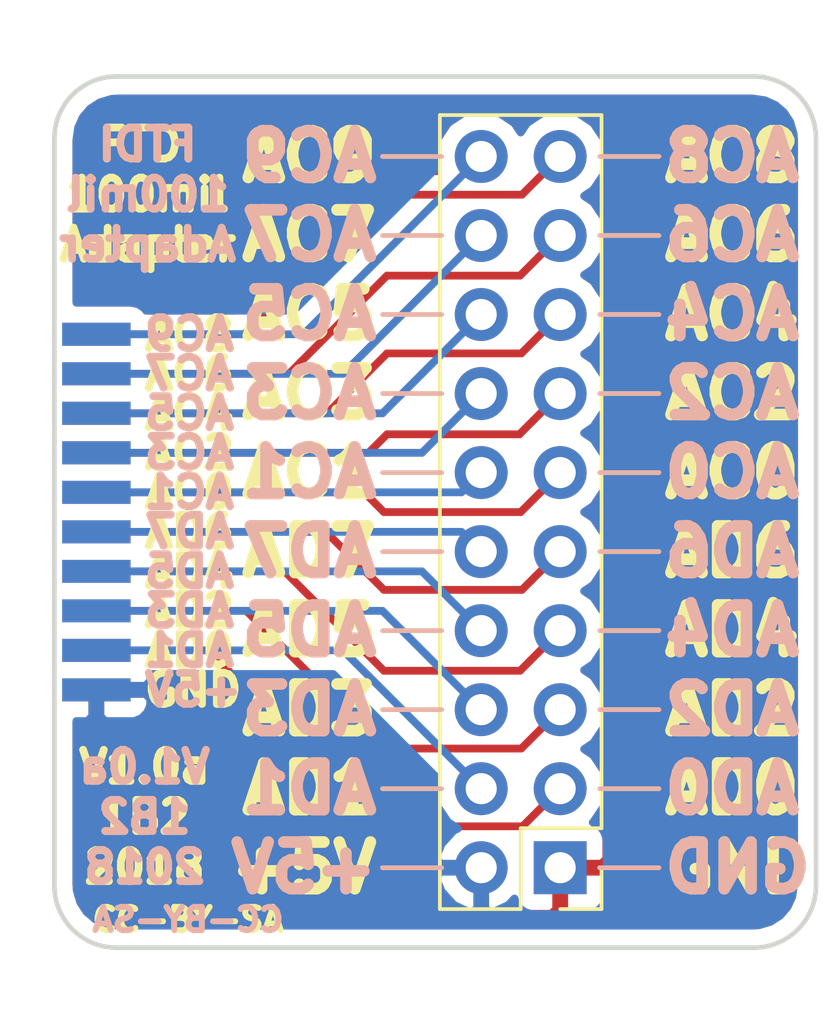
<source format=kicad_pcb>
(kicad_pcb (version 20171130) (host pcbnew 5.0.0-rc2-dev-unknown-d64c89d~62~ubuntu16.04.1)

  (general
    (thickness 0.8)
    (drawings 115)
    (tracks 55)
    (zones 0)
    (modules 2)
    (nets 21)
  )

  (page A4)
  (title_block
    (title "ftdi 100mil adapter")
    (rev V1.0a)
    (company 1BitSquared)
    (comment 1 "2018 (C) 1BitSquared <info@1bitsquared.com>")
    (comment 2 "2018 (C) Piotr Esden-Tempski <piotr@esden.net>")
    (comment 3 "License: CC-BY-SA 4.0")
  )

  (layers
    (0 F.Cu signal)
    (31 B.Cu signal)
    (33 F.Adhes user)
    (34 B.Paste user)
    (35 F.Paste user)
    (36 B.SilkS user)
    (37 F.SilkS user)
    (38 B.Mask user)
    (39 F.Mask user)
    (40 Dwgs.User user)
    (44 Edge.Cuts user)
    (46 B.CrtYd user)
    (47 F.CrtYd user)
    (48 B.Fab user)
    (49 F.Fab user)
  )

  (setup
    (last_trace_width 0.25)
    (trace_clearance 0.2)
    (zone_clearance 0.508)
    (zone_45_only yes)
    (trace_min 0.2)
    (segment_width 0.15)
    (edge_width 0.15)
    (via_size 0.8)
    (via_drill 0.4)
    (via_min_size 0.4)
    (via_min_drill 0.3)
    (uvia_size 0.3)
    (uvia_drill 0.1)
    (uvias_allowed no)
    (uvia_min_size 0.2)
    (uvia_min_drill 0.1)
    (pcb_text_width 0.3)
    (pcb_text_size 1.5 1.5)
    (mod_edge_width 0.15)
    (mod_text_size 1 1)
    (mod_text_width 0.15)
    (pad_size 1.524 1.524)
    (pad_drill 0.762)
    (pad_to_mask_clearance 0.2)
    (aux_axis_origin 0 0)
    (grid_origin 45 44)
    (visible_elements FFFFFF7F)
    (pcbplotparams
      (layerselection 0x010fc_ffffffff)
      (usegerberextensions false)
      (usegerberattributes false)
      (usegerberadvancedattributes false)
      (creategerberjobfile false)
      (excludeedgelayer true)
      (linewidth 0.300000)
      (plotframeref false)
      (viasonmask false)
      (mode 1)
      (useauxorigin false)
      (hpglpennumber 1)
      (hpglpenspeed 20)
      (hpglpendiameter 15)
      (psnegative false)
      (psa4output false)
      (plotreference true)
      (plotvalue true)
      (plotinvisibletext false)
      (padsonsilk false)
      (subtractmaskfromsilk false)
      (outputformat 1)
      (mirror false)
      (drillshape 1)
      (scaleselection 1)
      (outputdirectory ""))
  )

  (net 0 "")
  (net 1 GND)
  (net 2 +5V)
  (net 3 /ADBUS0)
  (net 4 /ADBUS2)
  (net 5 /ADBUS4)
  (net 6 /ADBUS6)
  (net 7 /ADBUS1)
  (net 8 /ADBUS3)
  (net 9 /ADBUS5)
  (net 10 /ADBUS7)
  (net 11 /ACBUS1)
  (net 12 /ACBUS3)
  (net 13 /ACBUS5)
  (net 14 /ACBUS7)
  (net 15 /ACBUS9)
  (net 16 /ACBUS0)
  (net 17 /ACBUS2)
  (net 18 /ACBUS4)
  (net 19 /ACBUS6)
  (net 20 /ACBUS8)

  (net_class Default "This is the default net class."
    (clearance 0.2)
    (trace_width 0.25)
    (via_dia 0.8)
    (via_drill 0.4)
    (uvia_dia 0.3)
    (uvia_drill 0.1)
    (add_net +5V)
    (add_net /ACBUS0)
    (add_net /ACBUS1)
    (add_net /ACBUS2)
    (add_net /ACBUS3)
    (add_net /ACBUS4)
    (add_net /ACBUS5)
    (add_net /ACBUS6)
    (add_net /ACBUS7)
    (add_net /ACBUS8)
    (add_net /ACBUS9)
    (add_net /ADBUS0)
    (add_net /ADBUS1)
    (add_net /ADBUS2)
    (add_net /ADBUS3)
    (add_net /ADBUS4)
    (add_net /ADBUS5)
    (add_net /ADBUS6)
    (add_net /ADBUS7)
    (add_net GND)
  )

  (module Connector_PinHeader_2.54mm:PinHeader_2x10_P2.54mm_Vertical (layer F.Cu) (tedit 5AA994EA) (tstamp 5AABA352)
    (at 46.27 55.43 180)
    (descr "Through hole straight pin header, 2x10, 2.54mm pitch, double rows")
    (tags "Through hole pin header THT 2x10 2.54mm double row")
    (path /5AB866B6)
    (fp_text reference J2 (at -2.73 -1.57 180) (layer F.Fab)
      (effects (font (size 1 1) (thickness 0.15)))
    )
    (fp_text value Conn (at 6.27 24.53 180) (layer F.Fab)
      (effects (font (size 1 1) (thickness 0.15)))
    )
    (fp_line (start 0 -1.27) (end 3.81 -1.27) (layer F.Fab) (width 0.1))
    (fp_line (start 3.81 -1.27) (end 3.81 24.13) (layer F.Fab) (width 0.1))
    (fp_line (start 3.81 24.13) (end -1.27 24.13) (layer F.Fab) (width 0.1))
    (fp_line (start -1.27 24.13) (end -1.27 0) (layer F.Fab) (width 0.1))
    (fp_line (start -1.27 0) (end 0 -1.27) (layer F.Fab) (width 0.1))
    (fp_line (start -1.33 24.19) (end 3.87 24.19) (layer F.SilkS) (width 0.12))
    (fp_line (start -1.33 1.27) (end -1.33 24.19) (layer F.SilkS) (width 0.12))
    (fp_line (start 3.87 -1.33) (end 3.87 24.19) (layer F.SilkS) (width 0.12))
    (fp_line (start -1.33 1.27) (end 1.27 1.27) (layer F.SilkS) (width 0.12))
    (fp_line (start 1.27 1.27) (end 1.27 -1.33) (layer F.SilkS) (width 0.12))
    (fp_line (start 1.27 -1.33) (end 3.87 -1.33) (layer F.SilkS) (width 0.12))
    (fp_line (start -1.33 0) (end -1.33 -1.33) (layer F.SilkS) (width 0.12))
    (fp_line (start -1.33 -1.33) (end 0 -1.33) (layer F.SilkS) (width 0.12))
    (fp_line (start -1.8 -1.8) (end -1.8 24.65) (layer F.CrtYd) (width 0.05))
    (fp_line (start -1.8 24.65) (end 4.35 24.65) (layer F.CrtYd) (width 0.05))
    (fp_line (start 4.35 24.65) (end 4.35 -1.8) (layer F.CrtYd) (width 0.05))
    (fp_line (start 4.35 -1.8) (end -1.8 -1.8) (layer F.CrtYd) (width 0.05))
    (fp_line (start -3.1242 -5.0292) (end 5.6642 -5.0292) (layer F.Fab) (width 0.05))
    (fp_line (start 5.6642 -5.0292) (end 5.6642 27.8638) (layer F.CrtYd) (width 0.05))
    (fp_line (start 5.6642 27.8638) (end -3.1242 27.8638) (layer F.CrtYd) (width 0.05))
    (fp_line (start -3.1242 27.8638) (end -3.1242 -5.0292) (layer F.CrtYd) (width 0.05))
    (pad 1 thru_hole rect (at 0 0 180) (size 1.7 1.7) (drill 1) (layers *.Cu *.Mask)
      (net 1 GND))
    (pad 2 thru_hole oval (at 2.54 0 180) (size 1.7 1.7) (drill 1) (layers *.Cu *.Mask)
      (net 2 +5V))
    (pad 3 thru_hole oval (at 0 2.54 180) (size 1.7 1.7) (drill 1) (layers *.Cu *.Mask)
      (net 3 /ADBUS0))
    (pad 4 thru_hole oval (at 2.54 2.54 180) (size 1.7 1.7) (drill 1) (layers *.Cu *.Mask)
      (net 7 /ADBUS1))
    (pad 5 thru_hole oval (at 0 5.08 180) (size 1.7 1.7) (drill 1) (layers *.Cu *.Mask)
      (net 4 /ADBUS2))
    (pad 6 thru_hole oval (at 2.54 5.08 180) (size 1.7 1.7) (drill 1) (layers *.Cu *.Mask)
      (net 8 /ADBUS3))
    (pad 7 thru_hole oval (at 0 7.62 180) (size 1.7 1.7) (drill 1) (layers *.Cu *.Mask)
      (net 5 /ADBUS4))
    (pad 8 thru_hole oval (at 2.54 7.62 180) (size 1.7 1.7) (drill 1) (layers *.Cu *.Mask)
      (net 9 /ADBUS5))
    (pad 9 thru_hole oval (at 0 10.16 180) (size 1.7 1.7) (drill 1) (layers *.Cu *.Mask)
      (net 6 /ADBUS6))
    (pad 10 thru_hole oval (at 2.54 10.16 180) (size 1.7 1.7) (drill 1) (layers *.Cu *.Mask)
      (net 10 /ADBUS7))
    (pad 11 thru_hole oval (at 0 12.7 180) (size 1.7 1.7) (drill 1) (layers *.Cu *.Mask)
      (net 16 /ACBUS0))
    (pad 12 thru_hole oval (at 2.54 12.7 180) (size 1.7 1.7) (drill 1) (layers *.Cu *.Mask)
      (net 11 /ACBUS1))
    (pad 13 thru_hole oval (at 0 15.24 180) (size 1.7 1.7) (drill 1) (layers *.Cu *.Mask)
      (net 17 /ACBUS2))
    (pad 14 thru_hole oval (at 2.54 15.24 180) (size 1.7 1.7) (drill 1) (layers *.Cu *.Mask)
      (net 12 /ACBUS3))
    (pad 15 thru_hole oval (at 0 17.78 180) (size 1.7 1.7) (drill 1) (layers *.Cu *.Mask)
      (net 18 /ACBUS4))
    (pad 16 thru_hole oval (at 2.54 17.78 180) (size 1.7 1.7) (drill 1) (layers *.Cu *.Mask)
      (net 13 /ACBUS5))
    (pad 17 thru_hole oval (at 0 20.32 180) (size 1.7 1.7) (drill 1) (layers *.Cu *.Mask)
      (net 19 /ACBUS6))
    (pad 18 thru_hole oval (at 2.54 20.32 180) (size 1.7 1.7) (drill 1) (layers *.Cu *.Mask)
      (net 14 /ACBUS7))
    (pad 19 thru_hole oval (at 0 22.86 180) (size 1.7 1.7) (drill 1) (layers *.Cu *.Mask)
      (net 20 /ACBUS8))
    (pad 20 thru_hole oval (at 2.54 22.86 180) (size 1.7 1.7) (drill 1) (layers *.Cu *.Mask)
      (net 15 /ACBUS9))
    (model ${KISYS3DMOD}/Connector_PinHeader_2.54mm.3dshapes/PinHeader_2x10_P2.54mm_Vertical.wrl
      (at (xyz 0 0 0))
      (scale (xyz 1 1 1))
      (rotate (xyz 0 0 0))
    )
  )

  (module pkl_samtec:FTSH-EDGE-20pin (layer B.Cu) (tedit 5AA86B70) (tstamp 5AABA328)
    (at 30 44 90)
    (path /5BD3E874)
    (fp_text reference J1 (at 5.3 -0.9 90) (layer B.Fab)
      (effects (font (size 1 1) (thickness 0.15)) (justify mirror))
    )
    (fp_text value Conn (at -4.4 -0.9 90) (layer B.Fab)
      (effects (font (size 1 1) (thickness 0.15)) (justify mirror))
    )
    (fp_line (start -3.175 0.203) (end -3.175 1.894) (layer F.Fab) (width 0.406))
    (fp_line (start 6.35 0) (end 6.35 -0.5) (layer B.Fab) (width 0.1))
    (fp_line (start -6.35 0) (end -6.35 -0.5) (layer B.Fab) (width 0.1))
    (fp_line (start -6.35 0) (end 6.35 0) (layer B.Fab) (width 0.1))
    (fp_line (start -6.35 0) (end 6.35 0) (layer F.Fab) (width 0.1))
    (fp_line (start -6.35 0) (end -6.35 -0.5) (layer F.Fab) (width 0.1))
    (fp_line (start 6.35 0) (end 6.35 -0.5) (layer F.Fab) (width 0.1))
    (fp_line (start -4.445 0.203) (end -4.445 1.894) (layer F.Fab) (width 0.406))
    (fp_line (start -5.715 0.203) (end -5.715 1.894) (layer F.Fab) (width 0.406))
    (fp_line (start -1.905 0.203) (end -1.905 1.894) (layer F.Fab) (width 0.406))
    (fp_line (start -0.635 0.203) (end -0.635 1.894) (layer F.Fab) (width 0.406))
    (fp_line (start -5.715 0.203) (end -5.715 1.894) (layer B.Fab) (width 0.406))
    (fp_line (start -4.445 0.203) (end -4.445 1.894) (layer B.Fab) (width 0.406))
    (fp_line (start -3.175 0.203) (end -3.175 1.894) (layer B.Fab) (width 0.406))
    (fp_line (start -1.905 0.203) (end -1.905 1.894) (layer B.Fab) (width 0.406))
    (fp_line (start -0.635 0.203) (end -0.635 1.894) (layer B.Fab) (width 0.406))
    (fp_line (start 0.635 0.203) (end 0.635 1.894) (layer F.Fab) (width 0.406))
    (fp_line (start 1.905 0.203) (end 1.905 1.894) (layer F.Fab) (width 0.406))
    (fp_line (start 3.175 0.203) (end 3.175 1.894) (layer F.Fab) (width 0.406))
    (fp_line (start 4.445 0.203) (end 4.445 1.894) (layer F.Fab) (width 0.406))
    (fp_line (start 5.715 0.203) (end 5.715 1.894) (layer F.Fab) (width 0.406))
    (fp_line (start 0.635 0.203) (end 0.635 1.894) (layer B.Fab) (width 0.406))
    (fp_line (start 1.905 0.203) (end 1.905 1.894) (layer B.Fab) (width 0.406))
    (fp_line (start 3.175 0.203) (end 3.175 1.894) (layer B.Fab) (width 0.406))
    (fp_line (start 4.445 0.203) (end 4.445 1.894) (layer B.Fab) (width 0.406))
    (fp_line (start 5.715 0.203) (end 5.715 1.894) (layer B.Fab) (width 0.406))
    (pad 1 smd rect (at -5.715 1.35 90) (size 0.74 2.2) (layers B.Cu B.Paste B.Mask)
      (net 2 +5V))
    (pad 2 smd rect (at -5.715 1.35 90) (size 0.74 2.2) (layers F.Cu F.Paste F.Mask)
      (net 1 GND))
    (pad 3 smd rect (at -4.445 1.35 90) (size 0.74 2.2) (layers B.Cu B.Paste B.Mask)
      (net 7 /ADBUS1))
    (pad 5 smd rect (at -3.175 1.35 90) (size 0.74 2.2) (layers B.Cu B.Paste B.Mask)
      (net 8 /ADBUS3))
    (pad 7 smd rect (at -1.905 1.35 90) (size 0.74 2.2) (layers B.Cu B.Paste B.Mask)
      (net 9 /ADBUS5))
    (pad 9 smd rect (at -0.635 1.35 90) (size 0.74 2.2) (layers B.Cu B.Paste B.Mask)
      (net 10 /ADBUS7))
    (pad 4 smd rect (at -4.445 1.35 90) (size 0.74 2.2) (layers F.Cu F.Paste F.Mask)
      (net 3 /ADBUS0))
    (pad 6 smd rect (at -3.175 1.35 90) (size 0.74 2.2) (layers F.Cu F.Paste F.Mask)
      (net 4 /ADBUS2))
    (pad 8 smd rect (at -1.905 1.35 90) (size 0.74 2.2) (layers F.Cu F.Paste F.Mask)
      (net 5 /ADBUS4))
    (pad 10 smd rect (at -0.635 1.35 90) (size 0.74 2.2) (layers F.Cu F.Paste F.Mask)
      (net 6 /ADBUS6))
    (pad 12 smd rect (at 0.635 1.35 90) (size 0.74 2.2) (layers F.Cu F.Paste F.Mask)
      (net 16 /ACBUS0))
    (pad 14 smd rect (at 1.905 1.35 90) (size 0.74 2.2) (layers F.Cu F.Paste F.Mask)
      (net 17 /ACBUS2))
    (pad 16 smd rect (at 3.175 1.35 90) (size 0.74 2.2) (layers F.Cu F.Paste F.Mask)
      (net 18 /ACBUS4))
    (pad 18 smd rect (at 4.445 1.35 90) (size 0.74 2.2) (layers F.Cu F.Paste F.Mask)
      (net 19 /ACBUS6))
    (pad 20 smd rect (at 5.715 1.35 90) (size 0.74 2.2) (layers F.Cu F.Paste F.Mask)
      (net 20 /ACBUS8))
    (pad 11 smd rect (at 0.635 1.35 90) (size 0.74 2.2) (layers B.Cu B.Paste B.Mask)
      (net 11 /ACBUS1))
    (pad 13 smd rect (at 1.905 1.35 90) (size 0.74 2.2) (layers B.Cu B.Paste B.Mask)
      (net 12 /ACBUS3))
    (pad 15 smd rect (at 3.175 1.35 90) (size 0.74 2.2) (layers B.Cu B.Paste B.Mask)
      (net 13 /ACBUS5))
    (pad 17 smd rect (at 4.445 1.35 90) (size 0.74 2.2) (layers B.Cu B.Paste B.Mask)
      (net 14 /ACBUS7))
    (pad 19 smd rect (at 5.715 1.35 90) (size 0.74 2.2) (layers B.Cu B.Paste B.Mask)
      (net 15 /ACBUS9))
  )

  (gr_text CC-BY-SA (at 34.3 57.1) (layer B.SilkS) (tstamp 5AABB431)
    (effects (font (size 0.75 0.75) (thickness 0.1875)) (justify mirror))
  )
  (gr_text CC-BY-SA (at 34.3 57.1) (layer F.SilkS) (tstamp 5AABB42B)
    (effects (font (size 0.75 0.75) (thickness 0.1875)))
  )
  (gr_text "V1.0a\n1B2\n2018" (at 32.9 53.8) (layer F.SilkS) (tstamp 5AABB427)
    (effects (font (size 1 1) (thickness 0.25)))
  )
  (gr_text "V1.0a\n1B2\n2018" (at 32.9 53.8) (layer B.SilkS) (tstamp 5AABB423)
    (effects (font (size 1 1) (thickness 0.25)) (justify mirror))
  )
  (gr_text "FTDI\n100mil\nAdapter" (at 33 33.8) (layer B.SilkS) (tstamp 5AABB41F)
    (effects (font (size 1 1) (thickness 0.25)) (justify mirror))
  )
  (gr_text "FTDI\n100mil\nAdapter" (at 33 33.8) (layer F.SilkS)
    (effects (font (size 1 1) (thickness 0.25)))
  )
  (gr_line (start 40.555 37.65) (end 42.46 37.65) (layer B.SilkS) (width 0.15) (tstamp 5AABB3E2))
  (gr_line (start 40.555 40.19) (end 42.46 40.19) (layer B.SilkS) (width 0.15) (tstamp 5AABB3E1))
  (gr_line (start 40.555 32.57) (end 42.46 32.57) (layer B.SilkS) (width 0.15) (tstamp 5AABB3E0))
  (gr_line (start 40.555 52.89) (end 42.46 52.89) (layer B.SilkS) (width 0.15) (tstamp 5AABB3DF))
  (gr_line (start 40.555 50.35) (end 42.46 50.35) (layer B.SilkS) (width 0.15) (tstamp 5AABB3DE))
  (gr_line (start 40.555 47.81) (end 42.46 47.81) (layer B.SilkS) (width 0.15) (tstamp 5AABB3DD))
  (gr_line (start 40.555 55.43) (end 42.46 55.43) (layer B.SilkS) (width 0.15) (tstamp 5AABB3DC))
  (gr_line (start 40.555 35.11) (end 42.46 35.11) (layer B.SilkS) (width 0.15) (tstamp 5AABB3DB))
  (gr_line (start 40.555 45.27) (end 42.46 45.27) (layer B.SilkS) (width 0.15) (tstamp 5AABB3DA))
  (gr_line (start 40.555 42.73) (end 42.46 42.73) (layer B.SilkS) (width 0.15) (tstamp 5AABB3D9))
  (gr_line (start 49.445 45.27) (end 47.54 45.27) (layer B.SilkS) (width 0.15) (tstamp 5AABB3C4))
  (gr_line (start 49.445 37.65) (end 47.54 37.65) (layer B.SilkS) (width 0.15) (tstamp 5AABB3C3))
  (gr_line (start 49.445 52.89) (end 47.54 52.89) (layer B.SilkS) (width 0.15) (tstamp 5AABB3C2))
  (gr_line (start 49.445 42.73) (end 47.54 42.73) (layer B.SilkS) (width 0.15) (tstamp 5AABB3C1))
  (gr_line (start 49.445 55.43) (end 47.54 55.43) (layer B.SilkS) (width 0.15) (tstamp 5AABB3C0))
  (gr_line (start 49.445 50.35) (end 47.54 50.35) (layer B.SilkS) (width 0.15) (tstamp 5AABB3BF))
  (gr_line (start 49.445 47.81) (end 47.54 47.81) (layer B.SilkS) (width 0.15) (tstamp 5AABB3BE))
  (gr_line (start 49.445 35.11) (end 47.54 35.11) (layer B.SilkS) (width 0.15) (tstamp 5AABB3BD))
  (gr_line (start 49.445 40.19) (end 47.54 40.19) (layer B.SilkS) (width 0.15) (tstamp 5AABB3BC))
  (gr_line (start 49.445 32.57) (end 47.54 32.57) (layer B.SilkS) (width 0.15) (tstamp 5AABB3BB))
  (gr_arc (start 32 56) (end 30 56) (angle -90) (layer Edge.Cuts) (width 0.15))
  (gr_arc (start 52.5 56) (end 52.5 58) (angle -90) (layer Edge.Cuts) (width 0.15))
  (gr_arc (start 52.5 32) (end 54.5 32) (angle -90) (layer Edge.Cuts) (width 0.15))
  (gr_arc (start 32 32) (end 32 30) (angle -90) (layer Edge.Cuts) (width 0.15))
  (gr_text +5V (at 40.555 55.43) (layer B.SilkS) (tstamp 5AABB1D5)
    (effects (font (size 1.5 1.5) (thickness 0.375)) (justify left mirror))
  )
  (gr_text AD1 (at 40.555 52.89) (layer B.SilkS) (tstamp 5AABB1D1)
    (effects (font (size 1.5 1.5) (thickness 0.375)) (justify left mirror))
  )
  (gr_text AD3 (at 40.555 50.35) (layer B.SilkS) (tstamp 5AABB1CD)
    (effects (font (size 1.5 1.5) (thickness 0.375)) (justify left mirror))
  )
  (gr_text AD5 (at 40.555 47.81) (layer B.SilkS) (tstamp 5AABB1C9)
    (effects (font (size 1.5 1.5) (thickness 0.375)) (justify left mirror))
  )
  (gr_text AD7 (at 40.555 45.27) (layer B.SilkS) (tstamp 5AABB1C5)
    (effects (font (size 1.5 1.5) (thickness 0.375)) (justify left mirror))
  )
  (gr_text AC1 (at 40.555 42.73) (layer B.SilkS) (tstamp 5AABB1B5)
    (effects (font (size 1.5 1.5) (thickness 0.375)) (justify left mirror))
  )
  (gr_text AC3 (at 40.555 40.19) (layer B.SilkS) (tstamp 5AABB1B1)
    (effects (font (size 1.5 1.5) (thickness 0.375)) (justify left mirror))
  )
  (gr_text AC5 (at 40.555 37.65) (layer B.SilkS) (tstamp 5AABB1AD)
    (effects (font (size 1.5 1.5) (thickness 0.375)) (justify left mirror))
  )
  (gr_text "AC7\n" (at 40.555 35.11) (layer B.SilkS) (tstamp 5AABB1A9)
    (effects (font (size 1.5 1.5) (thickness 0.375)) (justify left mirror))
  )
  (gr_text AC9 (at 40.555 32.57) (layer B.SilkS) (tstamp 5AABB1A5)
    (effects (font (size 1.5 1.5) (thickness 0.375)) (justify left mirror))
  )
  (gr_text GND (at 49.445 55.43) (layer B.SilkS) (tstamp 5AABB117)
    (effects (font (size 1.5 1.5) (thickness 0.375)) (justify right mirror))
  )
  (gr_text AC0 (at 49.445 42.73) (layer B.SilkS) (tstamp 5AABB116)
    (effects (font (size 1.5 1.5) (thickness 0.375)) (justify right mirror))
  )
  (gr_text AD6 (at 49.445 45.27) (layer B.SilkS) (tstamp 5AABB115)
    (effects (font (size 1.5 1.5) (thickness 0.375)) (justify right mirror))
  )
  (gr_text AC4 (at 49.445 37.65) (layer B.SilkS) (tstamp 5AABB114)
    (effects (font (size 1.5 1.5) (thickness 0.375)) (justify right mirror))
  )
  (gr_text AD0 (at 49.445 52.89) (layer B.SilkS) (tstamp 5AABB113)
    (effects (font (size 1.5 1.5) (thickness 0.375)) (justify right mirror))
  )
  (gr_text AD4 (at 49.445 47.81) (layer B.SilkS) (tstamp 5AABB112)
    (effects (font (size 1.5 1.5) (thickness 0.375)) (justify right mirror))
  )
  (gr_text AD2 (at 49.445 50.35) (layer B.SilkS) (tstamp 5AABB111)
    (effects (font (size 1.5 1.5) (thickness 0.375)) (justify right mirror))
  )
  (gr_text AC2 (at 49.445 40.19) (layer B.SilkS) (tstamp 5AABB110)
    (effects (font (size 1.5 1.5) (thickness 0.375)) (justify right mirror))
  )
  (gr_text AC6 (at 49.445 35.11) (layer B.SilkS) (tstamp 5AABB10F)
    (effects (font (size 1.5 1.5) (thickness 0.375)) (justify right mirror))
  )
  (gr_text AC8 (at 49.445 32.57) (layer B.SilkS) (tstamp 5AABB102)
    (effects (font (size 1.5 1.5) (thickness 0.375)) (justify right mirror))
  )
  (gr_text AC9 (at 40.555 32.57) (layer F.SilkS) (tstamp 5AABAFE8)
    (effects (font (size 1.5 1.5) (thickness 0.375)) (justify right))
  )
  (gr_text "AC7\n" (at 40.555 35.11) (layer F.SilkS) (tstamp 5AABAFE6)
    (effects (font (size 1.5 1.5) (thickness 0.375)) (justify right))
  )
  (gr_text AC5 (at 40.555 37.65) (layer F.SilkS) (tstamp 5AABAFE4)
    (effects (font (size 1.5 1.5) (thickness 0.375)) (justify right))
  )
  (gr_text AC3 (at 40.555 40.19) (layer F.SilkS) (tstamp 5AABAFE2)
    (effects (font (size 1.5 1.5) (thickness 0.375)) (justify right))
  )
  (gr_text AC1 (at 40.555 42.73) (layer F.SilkS) (tstamp 5AABAFDE)
    (effects (font (size 1.5 1.5) (thickness 0.375)) (justify right))
  )
  (gr_text AD7 (at 40.555 45.27) (layer F.SilkS) (tstamp 5AABAFDC)
    (effects (font (size 1.5 1.5) (thickness 0.375)) (justify right))
  )
  (gr_text AD5 (at 40.555 47.81) (layer F.SilkS) (tstamp 5AABAFDA)
    (effects (font (size 1.5 1.5) (thickness 0.375)) (justify right))
  )
  (gr_text AD3 (at 40.555 50.35) (layer F.SilkS) (tstamp 5AABAFD8)
    (effects (font (size 1.5 1.5) (thickness 0.375)) (justify right))
  )
  (gr_text AC8 (at 49.445 32.57) (layer F.SilkS) (tstamp 5AABAFC3)
    (effects (font (size 1.5 1.5) (thickness 0.375)) (justify left))
  )
  (gr_text AC6 (at 49.445 35.11) (layer F.SilkS) (tstamp 5AABAFC1)
    (effects (font (size 1.5 1.5) (thickness 0.375)) (justify left))
  )
  (gr_text AC4 (at 49.445 37.65) (layer F.SilkS) (tstamp 5AABAFBF)
    (effects (font (size 1.5 1.5) (thickness 0.375)) (justify left))
  )
  (gr_text AC2 (at 49.445 40.19) (layer F.SilkS) (tstamp 5AABAFBD)
    (effects (font (size 1.5 1.5) (thickness 0.375)) (justify left))
  )
  (gr_text AC0 (at 49.445 42.73) (layer F.SilkS) (tstamp 5AABAFB9)
    (effects (font (size 1.5 1.5) (thickness 0.375)) (justify left))
  )
  (gr_text AD6 (at 49.445 45.27) (layer F.SilkS) (tstamp 5AABAFB7)
    (effects (font (size 1.5 1.5) (thickness 0.375)) (justify left))
  )
  (gr_text AD4 (at 49.445 47.81) (layer F.SilkS) (tstamp 5AABAFB5)
    (effects (font (size 1.5 1.5) (thickness 0.375)) (justify left))
  )
  (gr_text AD2 (at 49.445 50.35) (layer F.SilkS) (tstamp 5AABAFB3)
    (effects (font (size 1.5 1.5) (thickness 0.375)) (justify left))
  )
  (gr_text AD0 (at 49.445 52.89) (layer F.SilkS) (tstamp 5AABAFAC)
    (effects (font (size 1.5 1.5) (thickness 0.375)) (justify left))
  )
  (gr_text GND (at 49.445 55.43) (layer F.SilkS) (tstamp 5AABAFA6)
    (effects (font (size 1.5 1.5) (thickness 0.375)) (justify left))
  )
  (gr_text +5V (at 32.775 49.715) (layer B.SilkS) (tstamp 5AABAF9D)
    (effects (font (size 1 1) (thickness 0.25)) (justify right mirror))
  )
  (gr_text AD1 (at 32.775 48.445) (layer B.SilkS) (tstamp 5AABAF99)
    (effects (font (size 1 1) (thickness 0.25)) (justify right mirror))
  )
  (gr_text AD3 (at 32.775 47.175) (layer B.SilkS) (tstamp 5AABAF95)
    (effects (font (size 1 1) (thickness 0.25)) (justify right mirror))
  )
  (gr_text AD5 (at 32.775 45.905) (layer B.SilkS) (tstamp 5AABAF91)
    (effects (font (size 1 1) (thickness 0.25)) (justify right mirror))
  )
  (gr_text AD7 (at 32.775 44.635) (layer B.SilkS) (tstamp 5AABAF8D)
    (effects (font (size 1 1) (thickness 0.25)) (justify right mirror))
  )
  (gr_text AC1 (at 32.775 43.365) (layer B.SilkS) (tstamp 5AABAF89)
    (effects (font (size 1 1) (thickness 0.25)) (justify right mirror))
  )
  (gr_text AC3 (at 32.775 42.095) (layer B.SilkS) (tstamp 5AABAF85)
    (effects (font (size 1 1) (thickness 0.25)) (justify right mirror))
  )
  (gr_text AC5 (at 32.775 40.825) (layer B.SilkS) (tstamp 5AABAF81)
    (effects (font (size 1 1) (thickness 0.25)) (justify right mirror))
  )
  (gr_text AC7 (at 32.775 39.555) (layer B.SilkS) (tstamp 5AABAF7D)
    (effects (font (size 1 1) (thickness 0.25)) (justify right mirror))
  )
  (gr_text AC9 (at 32.775 38.285) (layer B.SilkS) (tstamp 5AABAF78)
    (effects (font (size 1 1) (thickness 0.25)) (justify right mirror))
  )
  (gr_text AC8 (at 32.775 38.285) (layer F.SilkS) (tstamp 5AABAF6D)
    (effects (font (size 1 1) (thickness 0.25)) (justify left))
  )
  (gr_text AC6 (at 32.775 39.555) (layer F.SilkS) (tstamp 5AABAF6B)
    (effects (font (size 1 1) (thickness 0.25)) (justify left))
  )
  (gr_text AC4 (at 32.775 40.825) (layer F.SilkS) (tstamp 5AABAF68)
    (effects (font (size 1 1) (thickness 0.25)) (justify left))
  )
  (gr_text AC2 (at 32.775 42.095) (layer F.SilkS) (tstamp 5AABAF63)
    (effects (font (size 1 1) (thickness 0.25)) (justify left))
  )
  (gr_text AC0 (at 32.775 43.365) (layer F.SilkS) (tstamp 5AABAF5E)
    (effects (font (size 1 1) (thickness 0.25)) (justify left))
  )
  (gr_text AD6 (at 32.775 44.635) (layer F.SilkS) (tstamp 5AABAF59)
    (effects (font (size 1 1) (thickness 0.25)) (justify left))
  )
  (gr_text AD4 (at 32.775 45.905) (layer F.SilkS) (tstamp 5AABAF55)
    (effects (font (size 1 1) (thickness 0.25)) (justify left))
  )
  (gr_text AD2 (at 32.775 47.175) (layer F.SilkS) (tstamp 5AABAF51)
    (effects (font (size 1 1) (thickness 0.25)) (justify left))
  )
  (gr_text AD0 (at 32.775 48.445) (layer F.SilkS) (tstamp 5AABAF4D)
    (effects (font (size 1 1) (thickness 0.25)) (justify left))
  )
  (gr_text AD1 (at 40.555 52.89) (layer F.SilkS) (tstamp 5AABAF15)
    (effects (font (size 1.5 1.5) (thickness 0.375)) (justify right))
  )
  (gr_text +5V (at 40.555 55.43) (layer F.SilkS)
    (effects (font (size 1.5 1.5) (thickness 0.375)) (justify right))
  )
  (gr_text GND (at 32.775 49.715) (layer F.SilkS) (tstamp 5AABABE1)
    (effects (font (size 1 1) (thickness 0.25)) (justify left))
  )
  (gr_line (start 49.445 55.43) (end 47.54 55.43) (layer F.SilkS) (width 0.15))
  (gr_line (start 49.445 52.89) (end 47.54 52.89) (layer F.SilkS) (width 0.15))
  (gr_line (start 49.445 50.35) (end 47.54 50.35) (layer F.SilkS) (width 0.15))
  (gr_line (start 49.445 47.81) (end 47.54 47.81) (layer F.SilkS) (width 0.15))
  (gr_line (start 49.445 45.27) (end 47.54 45.27) (layer F.SilkS) (width 0.15))
  (gr_line (start 49.445 42.73) (end 47.54 42.73) (layer F.SilkS) (width 0.15))
  (gr_line (start 49.445 40.19) (end 47.54 40.19) (layer F.SilkS) (width 0.15))
  (gr_line (start 49.445 37.65) (end 47.54 37.65) (layer F.SilkS) (width 0.15))
  (gr_line (start 49.445 35.11) (end 47.54 35.11) (layer F.SilkS) (width 0.15))
  (gr_line (start 49.445 32.57) (end 47.54 32.57) (layer F.SilkS) (width 0.15))
  (gr_line (start 40.555 55.43) (end 42.46 55.43) (layer F.SilkS) (width 0.15))
  (gr_line (start 40.555 52.89) (end 42.46 52.89) (layer F.SilkS) (width 0.15))
  (gr_line (start 40.555 50.35) (end 42.46 50.35) (layer F.SilkS) (width 0.15))
  (gr_line (start 40.555 47.81) (end 42.46 47.81) (layer F.SilkS) (width 0.15))
  (gr_line (start 40.555 45.27) (end 42.46 45.27) (layer F.SilkS) (width 0.15))
  (gr_line (start 40.555 42.73) (end 42.46 42.73) (layer F.SilkS) (width 0.15))
  (gr_line (start 40.555 40.19) (end 42.46 40.19) (layer F.SilkS) (width 0.15))
  (gr_line (start 40.555 37.65) (end 42.46 37.65) (layer F.SilkS) (width 0.15))
  (gr_line (start 40.555 35.11) (end 42.46 35.11) (layer F.SilkS) (width 0.15))
  (gr_line (start 40.555 32.57) (end 42.46 32.57) (layer F.SilkS) (width 0.15))
  (gr_line (start 45 29) (end 45 59) (layer Dwgs.User) (width 0.05))
  (gr_line (start 30 56) (end 30 32) (layer Edge.Cuts) (width 0.15))
  (gr_line (start 52.5 58) (end 32 58) (layer Edge.Cuts) (width 0.15))
  (gr_line (start 54.5 32) (end 54.5 56) (layer Edge.Cuts) (width 0.15))
  (gr_line (start 32 30) (end 52.5 30) (layer Edge.Cuts) (width 0.15))

  (segment (start 40.6 54.1) (end 45.06 54.1) (width 0.25) (layer F.Cu) (net 3))
  (segment (start 45.06 54.1) (end 46.27 52.89) (width 0.25) (layer F.Cu) (net 3))
  (segment (start 34.945 48.445) (end 40.6 54.1) (width 0.25) (layer F.Cu) (net 3))
  (segment (start 31.35 48.445) (end 34.945 48.445) (width 0.25) (layer F.Cu) (net 3))
  (segment (start 40.6 51.6) (end 45.02 51.6) (width 0.25) (layer F.Cu) (net 4))
  (segment (start 45.02 51.6) (end 46.27 50.35) (width 0.25) (layer F.Cu) (net 4))
  (segment (start 36.175 47.175) (end 40.6 51.6) (width 0.25) (layer F.Cu) (net 4))
  (segment (start 31.35 47.175) (end 36.175 47.175) (width 0.25) (layer F.Cu) (net 4))
  (segment (start 40.6 49.1) (end 44.98 49.1) (width 0.25) (layer F.Cu) (net 5))
  (segment (start 44.98 49.1) (end 46.27 47.81) (width 0.25) (layer F.Cu) (net 5))
  (segment (start 37.405 45.905) (end 40.6 49.1) (width 0.25) (layer F.Cu) (net 5))
  (segment (start 31.35 45.905) (end 37.405 45.905) (width 0.25) (layer F.Cu) (net 5))
  (segment (start 40.6 46.5) (end 45.04 46.5) (width 0.25) (layer F.Cu) (net 6))
  (segment (start 45.04 46.5) (end 46.27 45.27) (width 0.25) (layer F.Cu) (net 6))
  (segment (start 38.735 44.635) (end 40.6 46.5) (width 0.25) (layer F.Cu) (net 6))
  (segment (start 31.35 44.635) (end 38.735 44.635) (width 0.25) (layer F.Cu) (net 6))
  (segment (start 31.35 48.445) (end 39.285 48.445) (width 0.25) (layer B.Cu) (net 7))
  (segment (start 39.285 48.445) (end 43.73 52.89) (width 0.25) (layer B.Cu) (net 7))
  (segment (start 31.35 47.175) (end 40.555 47.175) (width 0.25) (layer B.Cu) (net 8))
  (segment (start 40.555 47.175) (end 43.73 50.35) (width 0.25) (layer B.Cu) (net 8))
  (segment (start 31.35 45.905) (end 41.825 45.905) (width 0.25) (layer B.Cu) (net 9))
  (segment (start 41.825 45.905) (end 43.73 47.81) (width 0.25) (layer B.Cu) (net 9))
  (segment (start 31.35 44.635) (end 43.095 44.635) (width 0.25) (layer B.Cu) (net 10))
  (segment (start 43.095 44.635) (end 43.73 45.27) (width 0.25) (layer B.Cu) (net 10))
  (segment (start 31.35 43.365) (end 43.095 43.365) (width 0.25) (layer B.Cu) (net 11))
  (segment (start 43.095 43.365) (end 43.73 42.73) (width 0.25) (layer B.Cu) (net 11))
  (segment (start 31.35 42.095) (end 41.825 42.095) (width 0.25) (layer B.Cu) (net 12))
  (segment (start 41.825 42.095) (end 43.73 40.19) (width 0.25) (layer B.Cu) (net 12))
  (segment (start 31.35 40.825) (end 40.555 40.825) (width 0.25) (layer B.Cu) (net 13))
  (segment (start 40.555 40.825) (end 43.73 37.65) (width 0.25) (layer B.Cu) (net 13))
  (segment (start 31.35 39.555) (end 39.285 39.555) (width 0.25) (layer B.Cu) (net 14))
  (segment (start 39.285 39.555) (end 43.73 35.11) (width 0.25) (layer B.Cu) (net 14))
  (segment (start 31.35 38.285) (end 38.015 38.285) (width 0.25) (layer B.Cu) (net 15))
  (segment (start 38.015 38.285) (end 43.73 32.57) (width 0.25) (layer B.Cu) (net 15))
  (segment (start 40.6 44) (end 45 44) (width 0.25) (layer F.Cu) (net 16))
  (segment (start 45 44) (end 46.27 42.73) (width 0.25) (layer F.Cu) (net 16))
  (segment (start 39.965 43.365) (end 40.6 44) (width 0.25) (layer F.Cu) (net 16))
  (segment (start 31.35 43.365) (end 39.965 43.365) (width 0.25) (layer F.Cu) (net 16))
  (segment (start 40.7 41.5) (end 44.96 41.5) (width 0.25) (layer F.Cu) (net 17))
  (segment (start 40.105 42.095) (end 40.7 41.5) (width 0.25) (layer F.Cu) (net 17))
  (segment (start 31.35 42.095) (end 40.105 42.095) (width 0.25) (layer F.Cu) (net 17))
  (segment (start 44.96 41.5) (end 45.420001 41.039999) (width 0.25) (layer F.Cu) (net 17))
  (segment (start 45.420001 41.039999) (end 46.27 40.19) (width 0.25) (layer F.Cu) (net 17))
  (segment (start 31.35 40.825) (end 38.775 40.825) (width 0.25) (layer F.Cu) (net 18))
  (segment (start 40.7 38.9) (end 45.02 38.9) (width 0.25) (layer F.Cu) (net 18))
  (segment (start 38.775 40.825) (end 40.7 38.9) (width 0.25) (layer F.Cu) (net 18))
  (segment (start 45.02 38.9) (end 46.27 37.65) (width 0.25) (layer F.Cu) (net 18))
  (segment (start 31.35 39.555) (end 37.545 39.555) (width 0.25) (layer F.Cu) (net 19))
  (segment (start 44.98 36.4) (end 46.27 35.11) (width 0.25) (layer F.Cu) (net 19))
  (segment (start 37.545 39.555) (end 40.7 36.4) (width 0.25) (layer F.Cu) (net 19))
  (segment (start 40.7 36.4) (end 44.98 36.4) (width 0.25) (layer F.Cu) (net 19))
  (segment (start 31.35 38.285) (end 36.115 38.285) (width 0.25) (layer F.Cu) (net 20))
  (segment (start 36.115 38.285) (end 40.6 33.8) (width 0.25) (layer F.Cu) (net 20))
  (segment (start 40.6 33.8) (end 45.04 33.8) (width 0.25) (layer F.Cu) (net 20))
  (segment (start 45.04 33.8) (end 46.27 32.57) (width 0.25) (layer F.Cu) (net 20))

  (zone (net 1) (net_name GND) (layer F.Cu) (tstamp 0) (hatch edge 0.508)
    (connect_pads (clearance 0.508))
    (min_thickness 0.254)
    (fill yes (arc_segments 16) (thermal_gap 0.508) (thermal_bridge_width 0.508))
    (polygon
      (pts
        (xy 30 30) (xy 54.5 30) (xy 54.5 58) (xy 30 58)
      )
    )
    (filled_polygon
      (pts
        (xy 52.860027 30.768803) (xy 53.19111 30.919338) (xy 53.466639 31.156749) (xy 53.664456 31.461944) (xy 53.7757 31.833917)
        (xy 53.79 32.026348) (xy 53.790001 55.949413) (xy 53.731197 56.360027) (xy 53.580661 56.691112) (xy 53.343251 56.966639)
        (xy 53.038056 57.164456) (xy 52.666083 57.2757) (xy 52.473652 57.29) (xy 32.05058 57.29) (xy 31.639973 57.231197)
        (xy 31.308888 57.080661) (xy 31.033361 56.843251) (xy 30.835544 56.538056) (xy 30.7243 56.166083) (xy 30.71 55.973652)
        (xy 30.71 50.72) (xy 31.06425 50.72) (xy 31.223 50.56125) (xy 31.223 49.842) (xy 31.477 49.842)
        (xy 31.477 50.56125) (xy 31.63575 50.72) (xy 32.57631 50.72) (xy 32.809699 50.623327) (xy 32.988327 50.444698)
        (xy 33.085 50.211309) (xy 33.085 50.00075) (xy 32.92625 49.842) (xy 31.477 49.842) (xy 31.223 49.842)
        (xy 31.203 49.842) (xy 31.203 49.588) (xy 31.223 49.588) (xy 31.223 49.568) (xy 31.477 49.568)
        (xy 31.477 49.588) (xy 32.92625 49.588) (xy 33.085 49.42925) (xy 33.085 49.218691) (xy 33.079329 49.205)
        (xy 34.630199 49.205) (xy 40.009671 54.584473) (xy 40.052071 54.647929) (xy 40.115527 54.690329) (xy 40.303462 54.815904)
        (xy 40.351605 54.82548) (xy 40.525148 54.86) (xy 40.525152 54.86) (xy 40.6 54.874888) (xy 40.674848 54.86)
        (xy 42.329288 54.86) (xy 42.215908 55.43) (xy 42.331161 56.009418) (xy 42.659375 56.500625) (xy 43.150582 56.828839)
        (xy 43.583744 56.915) (xy 43.876256 56.915) (xy 44.309418 56.828839) (xy 44.800625 56.500625) (xy 44.815096 56.478968)
        (xy 44.881673 56.639699) (xy 45.060302 56.818327) (xy 45.293691 56.915) (xy 45.98425 56.915) (xy 46.143 56.75625)
        (xy 46.143 55.557) (xy 46.397 55.557) (xy 46.397 56.75625) (xy 46.55575 56.915) (xy 47.246309 56.915)
        (xy 47.479698 56.818327) (xy 47.658327 56.639699) (xy 47.755 56.40631) (xy 47.755 55.71575) (xy 47.59625 55.557)
        (xy 46.397 55.557) (xy 46.143 55.557) (xy 46.123 55.557) (xy 46.123 55.303) (xy 46.143 55.303)
        (xy 46.143 55.283) (xy 46.397 55.283) (xy 46.397 55.303) (xy 47.59625 55.303) (xy 47.755 55.14425)
        (xy 47.755 54.45369) (xy 47.658327 54.220301) (xy 47.479698 54.041673) (xy 47.318967 53.975096) (xy 47.340625 53.960625)
        (xy 47.668839 53.469418) (xy 47.784092 52.89) (xy 47.668839 52.310582) (xy 47.340625 51.819375) (xy 47.042239 51.62)
        (xy 47.340625 51.420625) (xy 47.668839 50.929418) (xy 47.784092 50.35) (xy 47.668839 49.770582) (xy 47.340625 49.279375)
        (xy 47.042239 49.08) (xy 47.340625 48.880625) (xy 47.668839 48.389418) (xy 47.784092 47.81) (xy 47.668839 47.230582)
        (xy 47.340625 46.739375) (xy 47.042239 46.54) (xy 47.340625 46.340625) (xy 47.668839 45.849418) (xy 47.784092 45.27)
        (xy 47.668839 44.690582) (xy 47.340625 44.199375) (xy 47.042239 44) (xy 47.340625 43.800625) (xy 47.668839 43.309418)
        (xy 47.784092 42.73) (xy 47.668839 42.150582) (xy 47.340625 41.659375) (xy 47.042239 41.46) (xy 47.340625 41.260625)
        (xy 47.668839 40.769418) (xy 47.784092 40.19) (xy 47.668839 39.610582) (xy 47.340625 39.119375) (xy 47.042239 38.92)
        (xy 47.340625 38.720625) (xy 47.668839 38.229418) (xy 47.784092 37.65) (xy 47.668839 37.070582) (xy 47.340625 36.579375)
        (xy 47.042239 36.38) (xy 47.340625 36.180625) (xy 47.668839 35.689418) (xy 47.784092 35.11) (xy 47.668839 34.530582)
        (xy 47.340625 34.039375) (xy 47.042239 33.84) (xy 47.340625 33.640625) (xy 47.668839 33.149418) (xy 47.784092 32.57)
        (xy 47.668839 31.990582) (xy 47.340625 31.499375) (xy 46.849418 31.171161) (xy 46.416256 31.085) (xy 46.123744 31.085)
        (xy 45.690582 31.171161) (xy 45.199375 31.499375) (xy 45 31.797761) (xy 44.800625 31.499375) (xy 44.309418 31.171161)
        (xy 43.876256 31.085) (xy 43.583744 31.085) (xy 43.150582 31.171161) (xy 42.659375 31.499375) (xy 42.331161 31.990582)
        (xy 42.215908 32.57) (xy 42.309396 33.04) (xy 40.674848 33.04) (xy 40.6 33.025112) (xy 40.525152 33.04)
        (xy 40.525148 33.04) (xy 40.351605 33.07452) (xy 40.303462 33.084096) (xy 40.116418 33.209076) (xy 40.052071 33.252071)
        (xy 40.009671 33.315527) (xy 35.800199 37.525) (xy 32.953118 37.525) (xy 32.907809 37.457191) (xy 32.697765 37.316843)
        (xy 32.45 37.26756) (xy 30.71 37.26756) (xy 30.71 32.05058) (xy 30.768803 31.639973) (xy 30.919338 31.30889)
        (xy 31.156749 31.033361) (xy 31.461944 30.835544) (xy 31.833917 30.7243) (xy 32.026348 30.71) (xy 52.44942 30.71)
      )
    )
  )
  (zone (net 2) (net_name +5V) (layer B.Cu) (tstamp 5AABB530) (hatch edge 0.508)
    (connect_pads (clearance 0.508))
    (min_thickness 0.254)
    (fill yes (arc_segments 16) (thermal_gap 0.508) (thermal_bridge_width 0.508))
    (polygon
      (pts
        (xy 30 30) (xy 54.5 30) (xy 54.5 58) (xy 30 58)
      )
    )
    (filled_polygon
      (pts
        (xy 52.860027 30.768803) (xy 53.19111 30.919338) (xy 53.466639 31.156749) (xy 53.664456 31.461944) (xy 53.7757 31.833917)
        (xy 53.79 32.026348) (xy 53.790001 55.949413) (xy 53.731197 56.360027) (xy 53.580661 56.691112) (xy 53.343251 56.966639)
        (xy 53.038056 57.164456) (xy 52.666083 57.2757) (xy 52.473652 57.29) (xy 32.05058 57.29) (xy 31.639973 57.231197)
        (xy 31.308888 57.080661) (xy 31.033361 56.843251) (xy 30.835544 56.538056) (xy 30.7243 56.166083) (xy 30.71 55.973652)
        (xy 30.71 55.78689) (xy 42.288524 55.78689) (xy 42.458355 56.196924) (xy 42.848642 56.625183) (xy 43.373108 56.871486)
        (xy 43.603 56.750819) (xy 43.603 55.557) (xy 42.409845 55.557) (xy 42.288524 55.78689) (xy 30.71 55.78689)
        (xy 30.71 50.72) (xy 31.06425 50.72) (xy 31.223 50.56125) (xy 31.223 49.842) (xy 31.477 49.842)
        (xy 31.477 50.56125) (xy 31.63575 50.72) (xy 32.57631 50.72) (xy 32.809699 50.623327) (xy 32.988327 50.444698)
        (xy 33.085 50.211309) (xy 33.085 50.00075) (xy 32.92625 49.842) (xy 31.477 49.842) (xy 31.223 49.842)
        (xy 31.203 49.842) (xy 31.203 49.588) (xy 31.223 49.588) (xy 31.223 49.568) (xy 31.477 49.568)
        (xy 31.477 49.588) (xy 32.92625 49.588) (xy 33.085 49.42925) (xy 33.085 49.218691) (xy 33.079329 49.205)
        (xy 38.970199 49.205) (xy 42.288791 52.523593) (xy 42.215908 52.89) (xy 42.331161 53.469418) (xy 42.659375 53.960625)
        (xy 42.978478 54.173843) (xy 42.848642 54.234817) (xy 42.458355 54.663076) (xy 42.288524 55.07311) (xy 42.409845 55.303)
        (xy 43.603 55.303) (xy 43.603 55.283) (xy 43.857 55.283) (xy 43.857 55.303) (xy 43.877 55.303)
        (xy 43.877 55.557) (xy 43.857 55.557) (xy 43.857 56.750819) (xy 44.086892 56.871486) (xy 44.611358 56.625183)
        (xy 44.800039 56.418145) (xy 44.821843 56.527765) (xy 44.962191 56.737809) (xy 45.172235 56.878157) (xy 45.42 56.92744)
        (xy 47.12 56.92744) (xy 47.367765 56.878157) (xy 47.577809 56.737809) (xy 47.718157 56.527765) (xy 47.76744 56.28)
        (xy 47.76744 54.58) (xy 47.718157 54.332235) (xy 47.577809 54.122191) (xy 47.367765 53.981843) (xy 47.322381 53.972816)
        (xy 47.340625 53.960625) (xy 47.668839 53.469418) (xy 47.784092 52.89) (xy 47.668839 52.310582) (xy 47.340625 51.819375)
        (xy 47.042239 51.62) (xy 47.340625 51.420625) (xy 47.668839 50.929418) (xy 47.784092 50.35) (xy 47.668839 49.770582)
        (xy 47.340625 49.279375) (xy 47.042239 49.08) (xy 47.340625 48.880625) (xy 47.668839 48.389418) (xy 47.784092 47.81)
        (xy 47.668839 47.230582) (xy 47.340625 46.739375) (xy 47.042239 46.54) (xy 47.340625 46.340625) (xy 47.668839 45.849418)
        (xy 47.784092 45.27) (xy 47.668839 44.690582) (xy 47.340625 44.199375) (xy 47.042239 44) (xy 47.340625 43.800625)
        (xy 47.668839 43.309418) (xy 47.784092 42.73) (xy 47.668839 42.150582) (xy 47.340625 41.659375) (xy 47.042239 41.46)
        (xy 47.340625 41.260625) (xy 47.668839 40.769418) (xy 47.784092 40.19) (xy 47.668839 39.610582) (xy 47.340625 39.119375)
        (xy 47.042239 38.92) (xy 47.340625 38.720625) (xy 47.668839 38.229418) (xy 47.784092 37.65) (xy 47.668839 37.070582)
        (xy 47.340625 36.579375) (xy 47.042239 36.38) (xy 47.340625 36.180625) (xy 47.668839 35.689418) (xy 47.784092 35.11)
        (xy 47.668839 34.530582) (xy 47.340625 34.039375) (xy 47.042239 33.84) (xy 47.340625 33.640625) (xy 47.668839 33.149418)
        (xy 47.784092 32.57) (xy 47.668839 31.990582) (xy 47.340625 31.499375) (xy 46.849418 31.171161) (xy 46.416256 31.085)
        (xy 46.123744 31.085) (xy 45.690582 31.171161) (xy 45.199375 31.499375) (xy 45 31.797761) (xy 44.800625 31.499375)
        (xy 44.309418 31.171161) (xy 43.876256 31.085) (xy 43.583744 31.085) (xy 43.150582 31.171161) (xy 42.659375 31.499375)
        (xy 42.331161 31.990582) (xy 42.215908 32.57) (xy 42.288791 32.936407) (xy 37.700199 37.525) (xy 32.953118 37.525)
        (xy 32.907809 37.457191) (xy 32.697765 37.316843) (xy 32.45 37.26756) (xy 30.71 37.26756) (xy 30.71 32.05058)
        (xy 30.768803 31.639973) (xy 30.919338 31.30889) (xy 31.156749 31.033361) (xy 31.461944 30.835544) (xy 31.833917 30.7243)
        (xy 32.026348 30.71) (xy 52.44942 30.71)
      )
    )
  )
)

</source>
